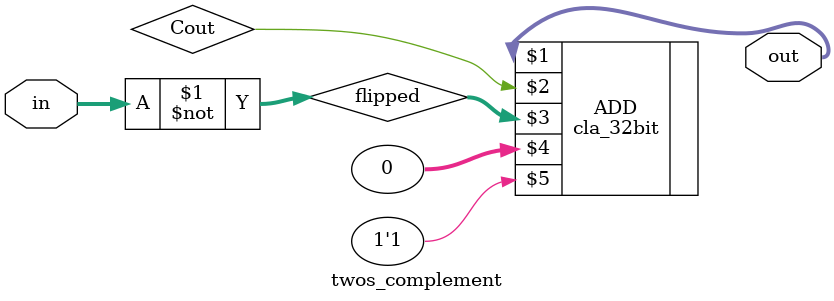
<source format=v>
module twos_complement(out, in);
	input [31:0] in;
	output [31:0] out;

    wire Co;
	wire [31:0] flipped;

	assign flipped = ~in;

	cla_32bit ADD(out, Cout, flipped, 0, 1'b1);

endmodule

</source>
